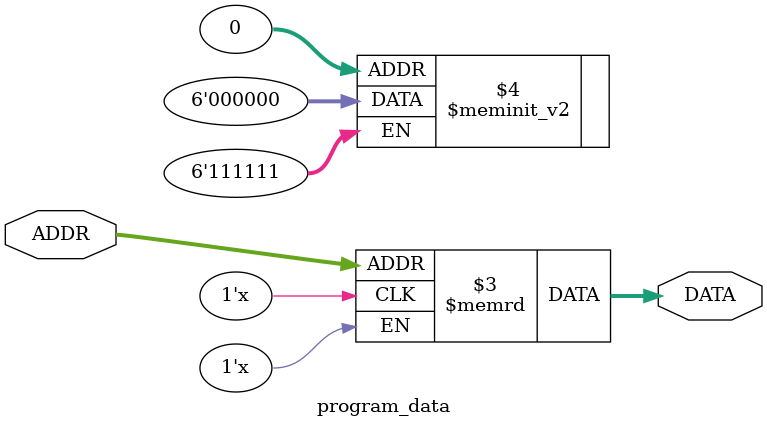
<source format=v>
module program_data (
  input wire [4:0] ADDR,
  output reg [5:0] DATA
);
  
  reg [5:0] MEM [0:31];

initial begin
  MEM[0] = 6'b000000;
  //Pamięć programu
end

always @(ADDR) begin
  DATA <= MEM[ADDR];
end

endmodule
</source>
